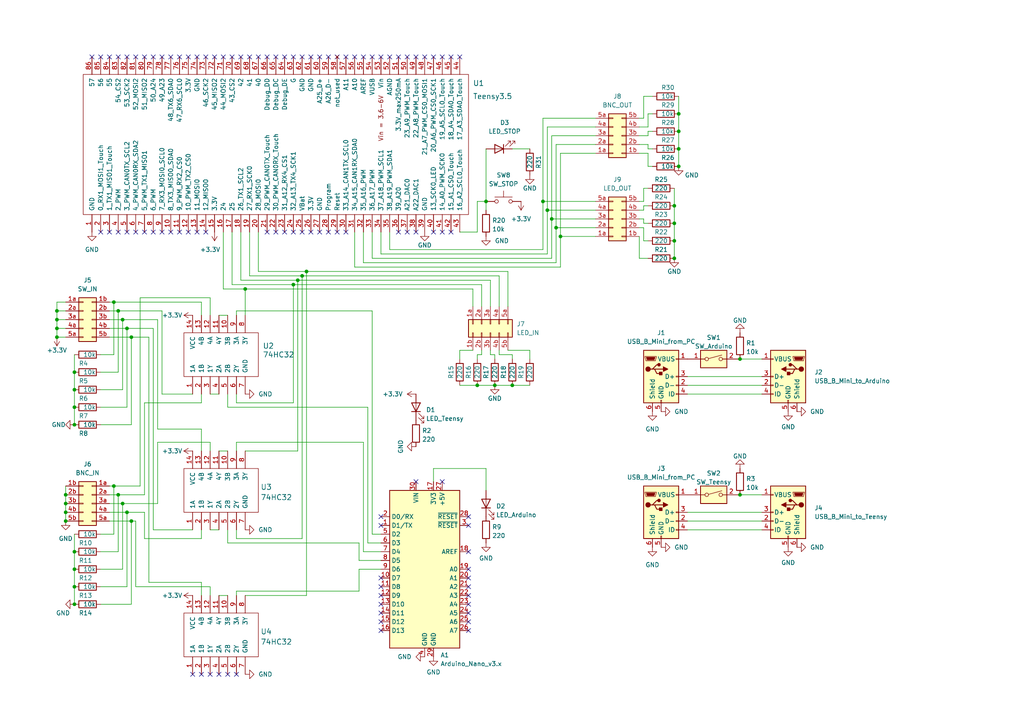
<source format=kicad_sch>
(kicad_sch (version 20211123) (generator eeschema)
  (paper "A4")
  (title_block (title "pulse generator") (company "Neurogelotology"))
  (junction (at 19.05 148.59))
  (junction (at 38.1 151.13))
  (junction (at 214.63 143.51))
  (junction (at 196.85 38.1))
  (junction (at 162.56 68.58))
  (junction (at 21.59 118.11))
  (junction (at 33.02 87.63))
  (junction (at 34.29 143.51))
  (junction (at 16.51 95.25))
  (junction (at 196.85 33.02))
  (junction (at 21.59 170.18))
  (junction (at 138.43 111.76))
  (junction (at 33.02 140.97))
  (junction (at 19.05 146.05))
  (junction (at 16.51 97.79))
  (junction (at 195.58 69.85))
  (junction (at 87.63 80.01))
  (junction (at 35.56 92.71))
  (junction (at 148.59 111.76))
  (junction (at 85.09 82.55))
  (junction (at 21.59 160.02))
  (junction (at 36.83 148.59))
  (junction (at 35.56 146.05))
  (junction (at 157.48 58.42))
  (junction (at 21.59 123.19))
  (junction (at 158.75 60.96))
  (junction (at 34.29 90.17))
  (junction (at 161.29 66.04))
  (junction (at 86.36 81.28))
  (junction (at 21.59 175.26))
  (junction (at 195.58 74.93))
  (junction (at 21.59 107.95))
  (junction (at 21.59 165.1))
  (junction (at 140.97 58.42))
  (junction (at 21.59 113.03))
  (junction (at 36.83 95.25))
  (junction (at 196.85 43.18))
  (junction (at 160.02 63.5))
  (junction (at 16.51 92.71))
  (junction (at 196.85 48.26))
  (junction (at 195.58 59.69))
  (junction (at 19.05 143.51))
  (junction (at 16.51 90.17))
  (junction (at 88.9 78.74))
  (junction (at 19.05 151.13))
  (junction (at 38.1 97.79))
  (junction (at 214.63 104.14))
  (junction (at 195.58 64.77))
  (junction (at 71.12 83.82))
  (junction (at 143.51 111.76))
  (no_connect (at 31.75 16.51))
  (no_connect (at 39.37 16.51))
  (no_connect (at 36.83 16.51))
  (no_connect (at 34.29 16.51))
  (no_connect (at 52.07 16.51))
  (no_connect (at 46.99 16.51))
  (no_connect (at 41.91 16.51))
  (no_connect (at 49.53 16.51))
  (no_connect (at 44.45 16.51))
  (no_connect (at 54.61 16.51))
  (no_connect (at 59.69 16.51))
  (no_connect (at 67.31 16.51))
  (no_connect (at 72.39 16.51))
  (no_connect (at 64.77 16.51))
  (no_connect (at 62.23 16.51))
  (no_connect (at 69.85 16.51))
  (no_connect (at 74.93 16.51))
  (no_connect (at 85.09 16.51))
  (no_connect (at 77.47 16.51))
  (no_connect (at 80.01 16.51))
  (no_connect (at 82.55 16.51))
  (no_connect (at 59.69 67.31))
  (no_connect (at 26.67 16.51))
  (no_connect (at 29.21 16.51))
  (no_connect (at 57.15 67.31))
  (no_connect (at 110.49 175.26))
  (no_connect (at 110.49 170.18))
  (no_connect (at 110.49 172.72))
  (no_connect (at 110.49 167.64))
  (no_connect (at 110.49 177.8))
  (no_connect (at 110.49 182.88))
  (no_connect (at 110.49 180.34))
  (no_connect (at 135.89 172.72))
  (no_connect (at 135.89 170.18))
  (no_connect (at 135.89 182.88))
  (no_connect (at 135.89 180.34))
  (no_connect (at 135.89 177.8))
  (no_connect (at 135.89 175.26))
  (no_connect (at 135.89 167.64))
  (no_connect (at 135.89 165.1))
  (no_connect (at 120.65 139.7))
  (no_connect (at 110.49 149.86))
  (no_connect (at 110.49 152.4))
  (no_connect (at 135.89 152.4))
  (no_connect (at 135.89 149.86))
  (no_connect (at 135.89 160.02))
  (no_connect (at 128.27 139.7))
  (no_connect (at 92.71 16.51))
  (no_connect (at 95.25 16.51))
  (no_connect (at 118.11 16.51))
  (no_connect (at 120.65 16.51))
  (no_connect (at 110.49 16.51))
  (no_connect (at 113.03 16.51))
  (no_connect (at 115.57 16.51))
  (no_connect (at 115.57 67.31))
  (no_connect (at 100.33 67.31))
  (no_connect (at 118.11 67.31))
  (no_connect (at 97.79 67.31))
  (no_connect (at 105.41 16.51))
  (no_connect (at 100.33 16.51))
  (no_connect (at 102.87 16.51))
  (no_connect (at 107.95 16.51))
  (no_connect (at 123.19 16.51))
  (no_connect (at 133.35 16.51))
  (no_connect (at 128.27 16.51))
  (no_connect (at 130.81 16.51))
  (no_connect (at 125.73 16.51))
  (no_connect (at 125.73 67.31))
  (no_connect (at 130.81 67.31))
  (no_connect (at 120.65 67.31))
  (no_connect (at 128.27 67.31))
  (no_connect (at 90.17 67.31))
  (no_connect (at 95.25 67.31))
  (no_connect (at 85.09 67.31))
  (no_connect (at 80.01 67.31))
  (no_connect (at 87.63 67.31))
  (no_connect (at 82.55 67.31))
  (no_connect (at 77.47 67.31))
  (no_connect (at 57.15 16.51))
  (no_connect (at 87.63 16.51))
  (no_connect (at 90.17 16.51))
  (no_connect (at 92.71 67.31))
  (no_connect (at 97.79 16.51))
  (no_connect (at 68.58 195.58))
  (no_connect (at 66.04 195.58))
  (no_connect (at 58.42 195.58))
  (no_connect (at 55.88 195.58))
  (no_connect (at 60.96 195.58))
  (no_connect (at 63.5 195.58))
  (no_connect (at 34.29 67.31))
  (no_connect (at 36.83 67.31))
  (no_connect (at 44.45 67.31))
  (no_connect (at 41.91 67.31))
  (no_connect (at 39.37 67.31))
  (no_connect (at 31.75 67.31))
  (no_connect (at 29.21 67.31))
  (no_connect (at 49.53 67.31))
  (no_connect (at 52.07 67.31))
  (no_connect (at 46.99 67.31))
  (no_connect (at 54.61 67.31))
  (wire (pts (xy 38.1 97.79) (xy 38.1 123.19)))
  (wire (pts (xy 105.41 67.31) (xy 105.41 76.2)))
  (wire (pts (xy 45.72 146.05) (xy 45.72 128.27)))
  (wire (pts (xy 107.95 154.94) (xy 110.49 154.94)))
  (wire (pts (xy 19.05 140.97) (xy 19.05 143.51)))
  (wire (pts (xy 46.99 114.3) (xy 55.88 114.3)))
  (wire (pts (xy 104.14 157.48) (xy 104.14 162.56)))
  (wire (pts (xy 85.09 116.84) (xy 85.09 82.55)))
  (wire (pts (xy 45.72 92.71) (xy 45.72 124.46)))
  (wire (pts (xy 38.1 97.79) (xy 43.18 97.79)))
  (wire (pts (xy 105.41 160.02) (xy 110.49 160.02)))
  (wire (pts (xy 110.49 73.66) (xy 158.75 73.66)))
  (wire (pts (xy 60.96 86.36) (xy 60.96 91.44)))
  (wire (pts (xy 58.42 87.63) (xy 58.42 91.44)))
  (wire (pts (xy 158.75 73.66) (xy 158.75 60.96)))
  (wire (pts (xy 33.02 87.63) (xy 58.42 87.63)))
  (wire (pts (xy 19.05 87.63) (xy 16.51 87.63)))
  (wire (pts (xy 64.77 83.82) (xy 64.77 67.31)))
  (wire (pts (xy 31.75 92.71) (xy 35.56 92.71)))
  (wire (pts (xy 138.43 102.87) (xy 138.43 104.14)))
  (wire (pts (xy 185.42 34.29) (xy 186.69 34.29)))
  (wire (pts (xy 139.7 102.87) (xy 138.43 102.87)))
  (wire (pts (xy 139.7 101.6) (xy 139.7 102.87)))
  (wire (pts (xy 21.59 118.11) (xy 21.59 123.19)))
  (wire (pts (xy 143.51 111.76) (xy 148.59 111.76)))
  (wire (pts (xy 36.83 148.59) (xy 41.91 148.59)))
  (wire (pts (xy 87.63 80.01) (xy 87.63 156.21)))
  (wire (pts (xy 16.51 90.17) (xy 19.05 90.17)))
  (wire (pts (xy 38.1 175.26) (xy 29.21 175.26)))
  (wire (pts (xy 21.59 165.1) (xy 21.59 170.18)))
  (wire (pts (xy 58.42 124.46) (xy 58.42 130.81)))
  (wire (pts (xy 88.9 78.74) (xy 147.32 78.74)))
  (wire (pts (xy 185.42 66.04) (xy 186.69 66.04)))
  (wire (pts (xy 39.37 151.13) (xy 39.37 170.18)))
  (wire (pts (xy 185.42 74.93) (xy 187.96 74.93)))
  (wire (pts (xy 113.03 67.31) (xy 113.03 72.39)))
  (wire (pts (xy 138.43 67.31) (xy 138.43 58.42)))
  (wire (pts (xy 29.21 113.03) (xy 35.56 113.03)))
  (wire (pts (xy 102.87 67.31) (xy 102.87 77.47)))
  (wire (pts (xy 104.14 171.45) (xy 104.14 165.1)))
  (wire (pts (xy 161.29 66.04) (xy 161.29 41.91)))
  (wire (pts (xy 157.48 58.42) (xy 157.48 72.39)))
  (wire (pts (xy 33.02 154.94) (xy 29.21 154.94)))
  (wire (pts (xy 33.02 140.97) (xy 33.02 154.94)))
  (wire (pts (xy 64.77 83.82) (xy 71.12 83.82)))
  (wire (pts (xy 187.96 33.02) (xy 189.23 33.02)))
  (wire (pts (xy 160.02 63.5) (xy 172.72 63.5)))
  (wire (pts (xy 125.73 139.7) (xy 125.73 135.89)))
  (wire (pts (xy 186.69 58.42) (xy 186.69 54.61)))
  (wire (pts (xy 68.58 156.21) (xy 68.58 153.67)))
  (wire (pts (xy 186.69 34.29) (xy 186.69 27.94)))
  (wire (pts (xy 68.58 91.44) (xy 68.58 90.17)))
  (wire (pts (xy 153.67 101.6) (xy 153.67 104.14)))
  (wire (pts (xy 186.69 66.04) (xy 186.69 69.85)))
  (wire (pts (xy 140.97 58.42) (xy 140.97 60.96)))
  (wire (pts (xy 21.59 107.95) (xy 21.59 113.03)))
  (wire (pts (xy 33.02 87.63) (xy 33.02 102.87)))
  (wire (pts (xy 16.51 87.63) (xy 16.51 90.17)))
  (wire (pts (xy 44.45 95.25) (xy 44.45 153.67)))
  (wire (pts (xy 133.35 111.76) (xy 138.43 111.76)))
  (wire (pts (xy 186.69 59.69) (xy 187.96 59.69)))
  (wire (pts (xy 41.91 116.84) (xy 58.42 116.84)))
  (wire (pts (xy 34.29 160.02) (xy 29.21 160.02)))
  (wire (pts (xy 199.39 151.13) (xy 220.98 151.13)))
  (wire (pts (xy 68.58 130.81) (xy 68.58 128.27)))
  (wire (pts (xy 106.68 157.48) (xy 110.49 157.48)))
  (wire (pts (xy 214.63 143.51) (xy 220.98 143.51)))
  (wire (pts (xy 68.58 116.84) (xy 85.09 116.84)))
  (wire (pts (xy 31.75 146.05) (xy 35.56 146.05)))
  (wire (pts (xy 138.43 111.76) (xy 143.51 111.76)))
  (wire (pts (xy 186.69 27.94) (xy 189.23 27.94)))
  (wire (pts (xy 199.39 153.67) (xy 220.98 153.67)))
  (wire (pts (xy 110.49 67.31) (xy 110.49 73.66)))
  (wire (pts (xy 187.96 41.91) (xy 187.96 43.18)))
  (wire (pts (xy 105.41 76.2) (xy 161.29 76.2)))
  (wire (pts (xy 41.91 148.59) (xy 41.91 156.21)))
  (wire (pts (xy 137.16 83.82) (xy 137.16 88.9)))
  (wire (pts (xy 31.75 97.79) (xy 38.1 97.79)))
  (wire (pts (xy 16.51 95.25) (xy 16.51 97.79)))
  (wire (pts (xy 185.42 41.91) (xy 187.96 41.91)))
  (wire (pts (xy 172.72 58.42) (xy 157.48 58.42)))
  (wire (pts (xy 187.96 39.37) (xy 187.96 38.1)))
  (wire (pts (xy 137.16 101.6) (xy 133.35 101.6)))
  (wire (pts (xy 148.59 111.76) (xy 153.67 111.76)))
  (wire (pts (xy 68.58 90.17) (xy 107.95 90.17)))
  (wire (pts (xy 38.1 151.13) (xy 39.37 151.13)))
  (wire (pts (xy 160.02 74.93) (xy 160.02 63.5)))
  (wire (pts (xy 161.29 66.04) (xy 172.72 66.04)))
  (wire (pts (xy 142.24 102.87) (xy 143.51 102.87)))
  (wire (pts (xy 186.69 60.96) (xy 186.69 59.69)))
  (wire (pts (xy 104.14 162.56) (xy 110.49 162.56)))
  (wire (pts (xy 16.51 97.79) (xy 19.05 97.79)))
  (wire (pts (xy 21.59 160.02) (xy 21.59 165.1)))
  (wire (pts (xy 186.69 63.5) (xy 186.69 64.77)))
  (wire (pts (xy 36.83 118.11) (xy 29.21 118.11)))
  (wire (pts (xy 31.75 90.17) (xy 34.29 90.17)))
  (wire (pts (xy 196.85 27.94) (xy 196.85 33.02)))
  (wire (pts (xy 195.58 54.61) (xy 195.58 59.69)))
  (wire (pts (xy 196.85 33.02) (xy 196.85 38.1)))
  (wire (pts (xy 68.58 114.3) (xy 68.58 116.84)))
  (wire (pts (xy 148.59 102.87) (xy 148.59 104.14)))
  (wire (pts (xy 186.69 64.77) (xy 187.96 64.77)))
  (wire (pts (xy 199.39 114.3) (xy 220.98 114.3)))
  (wire (pts (xy 107.95 67.31) (xy 107.95 74.93)))
  (wire (pts (xy 43.18 168.91) (xy 58.42 168.91)))
  (wire (pts (xy 187.96 48.26) (xy 189.23 48.26)))
  (wire (pts (xy 187.96 36.83) (xy 187.96 33.02)))
  (wire (pts (xy 21.59 154.94) (xy 21.59 160.02)))
  (wire (pts (xy 45.72 124.46) (xy 58.42 124.46)))
  (wire (pts (xy 16.51 92.71) (xy 19.05 92.71)))
  (wire (pts (xy 21.59 170.18) (xy 21.59 175.26)))
  (wire (pts (xy 125.73 135.89) (xy 140.97 135.89)))
  (wire (pts (xy 160.02 39.37) (xy 172.72 39.37)))
  (wire (pts (xy 133.35 101.6) (xy 133.35 104.14)))
  (wire (pts (xy 158.75 60.96) (xy 172.72 60.96)))
  (wire (pts (xy 162.56 44.45) (xy 172.72 44.45)))
  (wire (pts (xy 139.7 82.55) (xy 139.7 88.9)))
  (wire (pts (xy 31.75 148.59) (xy 36.83 148.59)))
  (wire (pts (xy 158.75 36.83) (xy 172.72 36.83)))
  (wire (pts (xy 35.56 165.1) (xy 29.21 165.1)))
  (wire (pts (xy 214.63 104.14) (xy 220.98 104.14)))
  (wire (pts (xy 133.35 67.31) (xy 138.43 67.31)))
  (wire (pts (xy 113.03 72.39) (xy 157.48 72.39)))
  (wire (pts (xy 45.72 128.27) (xy 60.96 128.27)))
  (wire (pts (xy 102.87 77.47) (xy 162.56 77.47)))
  (wire (pts (xy 186.69 54.61) (xy 187.96 54.61)))
  (wire (pts (xy 38.1 123.19) (xy 29.21 123.19)))
  (wire (pts (xy 34.29 143.51) (xy 41.91 143.51)))
  (wire (pts (xy 36.83 95.25) (xy 36.83 118.11)))
  (wire (pts (xy 68.58 171.45) (xy 104.14 171.45)))
  (wire (pts (xy 60.96 114.3) (xy 63.5 114.3)))
  (wire (pts (xy 60.96 153.67) (xy 63.5 153.67)))
  (wire (pts (xy 162.56 68.58) (xy 172.72 68.58)))
  (wire (pts (xy 195.58 59.69) (xy 195.58 64.77)))
  (wire (pts (xy 196.85 43.18) (xy 196.85 48.26)))
  (wire (pts (xy 187.96 44.45) (xy 187.96 48.26)))
  (wire (pts (xy 144.78 102.87) (xy 148.59 102.87)))
  (wire (pts (xy 142.24 101.6) (xy 142.24 102.87)))
  (wire (pts (xy 185.42 58.42) (xy 186.69 58.42)))
  (wire (pts (xy 88.9 172.72) (xy 71.12 172.72)))
  (wire (pts (xy 185.42 36.83) (xy 187.96 36.83)))
  (wire (pts (xy 67.31 82.55) (xy 85.09 82.55)))
  (wire (pts (xy 148.59 43.18) (xy 153.67 43.18)))
  (wire (pts (xy 58.42 168.91) (xy 58.42 172.72)))
  (wire (pts (xy 31.75 140.97) (xy 33.02 140.97)))
  (wire (pts (xy 87.63 80.01) (xy 72.39 80.01)))
  (wire (pts (xy 60.96 170.18) (xy 60.96 172.72)))
  (wire (pts (xy 199.39 111.76) (xy 220.98 111.76)))
  (wire (pts (xy 185.42 44.45) (xy 187.96 44.45)))
  (wire (pts (xy 161.29 41.91) (xy 172.72 41.91)))
  (wire (pts (xy 68.58 171.45) (xy 68.58 172.72)))
  (wire (pts (xy 16.51 92.71) (xy 16.51 95.25)))
  (wire (pts (xy 74.93 78.74) (xy 74.93 67.31)))
  (wire (pts (xy 66.04 114.3) (xy 66.04 118.11)))
  (wire (pts (xy 107.95 74.93) (xy 160.02 74.93)))
  (wire (pts (xy 85.09 82.55) (xy 139.7 82.55)))
  (wire (pts (xy 105.41 128.27) (xy 105.41 160.02)))
  (wire (pts (xy 19.05 146.05) (xy 19.05 148.59)))
  (wire (pts (xy 21.59 102.87) (xy 21.59 107.95)))
  (wire (pts (xy 142.24 81.28) (xy 142.24 88.9)))
  (wire (pts (xy 162.56 77.47) (xy 162.56 68.58)))
  (wire (pts (xy 195.58 64.77) (xy 195.58 69.85)))
  (wire (pts (xy 138.43 58.42) (xy 140.97 58.42)))
  (wire (pts (xy 107.95 90.17) (xy 107.95 154.94)))
  (wire (pts (xy 86.36 81.28) (xy 69.85 81.28)))
  (wire (pts (xy 185.42 68.58) (xy 185.42 74.93)))
  (wire (pts (xy 60.96 128.27) (xy 60.96 130.81)))
  (wire (pts (xy 147.32 78.74) (xy 147.32 88.9)))
  (wire (pts (xy 35.56 92.71) (xy 45.72 92.71)))
  (wire (pts (xy 196.85 38.1) (xy 196.85 43.18)))
  (wire (pts (xy 31.75 87.63) (xy 33.02 87.63)))
  (wire (pts (xy 31.75 143.51) (xy 34.29 143.51)))
  (wire (pts (xy 39.37 170.18) (xy 60.96 170.18)))
  (wire (pts (xy 140.97 43.18) (xy 140.97 58.42)))
  (wire (pts (xy 157.48 34.29) (xy 157.48 58.42)))
  (wire (pts (xy 36.83 148.59) (xy 36.83 170.18)))
  (wire (pts (xy 144.78 101.6) (xy 144.78 102.87)))
  (wire (pts (xy 29.21 102.87) (xy 33.02 102.87)))
  (wire (pts (xy 34.29 90.17) (xy 46.99 90.17)))
  (wire (pts (xy 38.1 151.13) (xy 38.1 175.26)))
  (wire (pts (xy 35.56 92.71) (xy 35.56 113.03)))
  (wire (pts (xy 44.45 153.67) (xy 55.88 153.67)))
  (wire (pts (xy 143.51 102.87) (xy 143.51 104.14)))
  (wire (pts (xy 58.42 156.21) (xy 58.42 153.67)))
  (wire (pts (xy 40.64 86.36) (xy 60.96 86.36)))
  (wire (pts (xy 16.51 90.17) (xy 16.51 92.71)))
  (wire (pts (xy 69.85 81.28) (xy 69.85 67.31)))
  (wire (pts (xy 140.97 135.89) (xy 140.97 142.24)))
  (wire (pts (xy 43.18 97.79) (xy 43.18 168.91)))
  (wire (pts (xy 158.75 60.96) (xy 158.75 36.83)))
  (wire (pts (xy 186.69 69.85) (xy 187.96 69.85)))
  (wire (pts (xy 88.9 78.74) (xy 88.9 172.72)))
  (wire (pts (xy 199.39 148.59) (xy 220.98 148.59)))
  (wire (pts (xy 187.96 43.18) (xy 189.23 43.18)))
  (wire (pts (xy 71.12 83.82) (xy 71.12 91.44)))
  (wire (pts (xy 34.29 90.17) (xy 34.29 107.95)))
  (wire (pts (xy 87.63 80.01) (xy 144.78 80.01)))
  (wire (pts (xy 21.59 113.03) (xy 21.59 118.11)))
  (wire (pts (xy 195.58 69.85) (xy 195.58 74.93)))
  (wire (pts (xy 86.36 81.28) (xy 142.24 81.28)))
  (wire (pts (xy 66.04 157.48) (xy 104.14 157.48)))
  (wire (pts (xy 41.91 156.21) (xy 58.42 156.21)))
  (wire (pts (xy 19.05 148.59) (xy 19.05 151.13)))
  (wire (pts (xy 67.31 82.55) (xy 67.31 67.31)))
  (wire (pts (xy 36.83 95.25) (xy 44.45 95.25)))
  (wire (pts (xy 161.29 76.2) (xy 161.29 66.04)))
  (wire (pts (xy 46.99 90.17) (xy 46.99 114.3)))
  (wire (pts (xy 34.29 143.51) (xy 34.29 160.02)))
  (wire (pts (xy 157.48 34.29) (xy 172.72 34.29)))
  (wire (pts (xy 63.5 91.44) (xy 66.04 91.44)))
  (wire (pts (xy 41.91 143.51) (xy 41.91 116.84)))
  (wire (pts (xy 66.04 118.11) (xy 106.68 118.11)))
  (wire (pts (xy 160.02 63.5) (xy 160.02 39.37)))
  (wire (pts (xy 88.9 78.74) (xy 74.93 78.74)))
  (wire (pts (xy 162.56 68.58) (xy 162.56 44.45)))
  (wire (pts (xy 144.78 80.01) (xy 144.78 88.9)))
  (wire (pts (xy 147.32 101.6) (xy 153.67 101.6)))
  (wire (pts (xy 72.39 80.01) (xy 72.39 67.31)))
  (wire (pts (xy 58.42 116.84) (xy 58.42 114.3)))
  (wire (pts (xy 86.36 130.81) (xy 86.36 81.28)))
  (wire (pts (xy 71.12 83.82) (xy 137.16 83.82)))
  (wire (pts (xy 87.63 156.21) (xy 68.58 156.21)))
  (wire (pts (xy 187.96 38.1) (xy 189.23 38.1)))
  (wire (pts (xy 35.56 146.05) (xy 35.56 165.1)))
  (wire (pts (xy 31.75 95.25) (xy 36.83 95.25)))
  (wire (pts (xy 33.02 140.97) (xy 40.64 140.97)))
  (wire (pts (xy 16.51 95.25) (xy 19.05 95.25)))
  (wire (pts (xy 104.14 165.1) (xy 110.49 165.1)))
  (wire (pts (xy 36.83 170.18) (xy 29.21 170.18)))
  (wire (pts (xy 106.68 118.11) (xy 106.68 157.48)))
  (wire (pts (xy 199.39 109.22) (xy 220.98 109.22)))
  (wire (pts (xy 71.12 130.81) (xy 86.36 130.81)))
  (wire (pts (xy 185.42 39.37) (xy 187.96 39.37)))
  (wire (pts (xy 29.21 107.95) (xy 34.29 107.95)))
  (wire (pts (xy 68.58 128.27) (xy 105.41 128.27)))
  (wire (pts (xy 31.75 151.13) (xy 38.1 151.13)))
  (wire (pts (xy 185.42 63.5) (xy 186.69 63.5)))
  (wire (pts (xy 185.42 60.96) (xy 186.69 60.96)))
  (wire (pts (xy 63.5 130.81) (xy 66.04 130.81)))
  (wire (pts (xy 40.64 140.97) (xy 40.64 86.36)))
  (wire (pts (xy 35.56 146.05) (xy 45.72 146.05)))
  (wire (pts (xy 19.05 143.51) (xy 19.05 146.05)))
  (wire (pts (xy 66.04 153.67) (xy 66.04 157.48)))
  (wire (pts (xy 63.5 172.72) (xy 66.04 172.72)))
  (symbol (lib_id "power:GND") (at 123.19 190.5 270) (unit 1)
    (property "Reference" "#PWR0118" (effects hide))
    (property "Value" "GND" (at 119.38 190.4999 90) (effects (justify right)))
  )
  (symbol (lib_id "Device:R") (at 193.04 27.94 270) (unit 1)
    (property "Reference" "R30" (at 191.77 25.4 90) (effects (justify left)))
    (property "Value" "10k" (at 191.77 27.94 90) (effects (justify left)))
    (property "Footprint" "Resistor_THT:R_Axial_DIN0204_L3.6mm_D1.6mm_P5.08mm_Horizontal" (effects hide))
  )
  (symbol (lib_id "power:GND") (at 153.67 50.8 0) (unit 1)
    (property "Reference" "#PWR0117" (effects hide))
    (property "Value" "GND" (at 153.67 54.61 0))
  )
  (symbol (lib_id "power:+3.3V") (at 55.88 172.72 90) (unit 1)
    (property "Reference" "#PWR0141" (effects hide))
    (property "Value" "+3.3V" (at 46.99 172.72 90) (effects (justify right)))
  )
  (symbol (lib_id "power:GND") (at 196.85 48.26 0) (unit 1)
    (property "Reference" "#PWR0101" (effects hide))
    (property "Value" "GND" (at 200.66 50.8 0))
  )
  (symbol (lib_id "pulseGen_circuit-rescue:74HC32-74hc32") (at 64.77 184.15 90) (unit 1)
    (property "Reference" "U4" (at 75.565 183.1738 90) (effects (font (size 1.524 1.524)) (justify right)))
    (property "Value" "74HC32" (at 75.565 186.1672 90) (effects (font (size 1.524 1.524)) (justify right)))
    (property "Footprint" "Package_DIP:DIP-14_W7.62mm" (effects hide))
  )
  (symbol (lib_id "Device:R") (at 25.4 102.87 270) (unit 1)
    (property "Reference" "R4" (at 22.86 105.41 90) (effects (justify left)))
    (property "Value" "10k" (at 24.13 102.87 90) (effects (justify left)))
    (property "Footprint" "Resistor_THT:R_Axial_DIN0204_L3.6mm_D1.6mm_P5.08mm_Horizontal" (effects hide))
  )
  (symbol (lib_id "Device:R") (at 191.77 59.69 270) (unit 1)
    (property "Reference" "R24" (at 191.77 57.15 90))
    (property "Value" "220" (at 191.77 59.69 90))
    (property "Footprint" "Resistor_THT:R_Axial_DIN0204_L3.6mm_D1.6mm_P5.08mm_Horizontal" (effects hide))
  )
  (symbol (lib_id "pulseGen_circuit-rescue:74HC32-74hc32") (at 64.77 142.24 90) (unit 1)
    (property "Reference" "U3" (at 75.565 141.2638 90) (effects (font (size 1.524 1.524)) (justify right)))
    (property "Value" "74HC32" (at 75.565 144.2572 90) (effects (font (size 1.524 1.524)) (justify right)))
    (property "Footprint" "Package_DIP:DIP-14_W7.62mm" (effects hide))
  )
  (symbol (lib_id "power:GND") (at 125.73 190.5 0) (unit 1)
    (property "Reference" "#PWR0124" (effects hide))
    (property "Value" "GND" (at 125.73 194.9434 0))
  )
  (symbol (lib_id "power:GND") (at 195.58 74.93 0) (unit 1)
    (property "Reference" "#PWR0102" (effects hide))
    (property "Value" "GND" (at 195.58 78.74 0))
  )
  (symbol (lib_id "Device:R") (at 191.77 69.85 270) (unit 1)
    (property "Reference" "R22" (at 191.77 67.31 90))
    (property "Value" "220" (at 191.77 69.85 90))
    (property "Footprint" "Resistor_THT:R_Axial_DIN0204_L3.6mm_D1.6mm_P5.08mm_Horizontal" (effects hide))
  )
  (symbol (lib_id "Switch:SW_Push") (at 146.05 58.42 0) (unit 1)
    (property "Reference" "SW8" (at 146.05 50.8 0))
    (property "Value" "SW_STOP" (at 146.05 53.34 0))
    (property "Footprint" "Connector_PinHeader_2.54mm:PinHeader_1x02_P2.54mm_Vertical" (effects hide))
  )
  (symbol (lib_id "pulseGen_circuit-rescue:Teensy3.5-teensy") (at 80.01 41.91 90) (unit 1)
    (property "Reference" "U1" (at 137.16 24.13 90) (effects (font (size 1.524 1.524)) (justify right)))
    (property "Value" "Teensy3.5" (at 137.16 27.94 90) (effects (font (size 1.524 1.524)) (justify right)))
    (property "Footprint" "PulseGenerator_Footprint_Library:Teensy3.5" (effects hide))
  )
  (symbol (lib_id "Device:R") (at 25.4 107.95 270) (unit 1)
    (property "Reference" "R5" (at 22.86 110.49 90) (effects (justify left)))
    (property "Value" "10k" (at 24.13 107.95 90) (effects (justify left)))
    (property "Footprint" "Resistor_THT:R_Axial_DIN0204_L3.6mm_D1.6mm_P5.08mm_Horizontal" (effects hide))
  )
  (symbol (lib_id "power:+3.3V") (at 62.23 67.31 0) (mirror x) (unit 1)
    (property "Reference" "#PWR0143" (effects hide))
    (property "Value" "+3.3V" (at 60.96 72.39 0))
  )
  (symbol (lib_id "Device:R") (at 140.97 153.67 0) (unit 1)
    (property "Reference" "R9" (at 142.748 152.8353 0) (effects (justify left)))
    (property "Value" "220" (at 142.748 155.3722 0) (effects (justify left)))
    (property "Footprint" "Resistor_THT:R_Axial_DIN0204_L3.6mm_D1.6mm_P5.08mm_Horizontal" (effects hide))
  )
  (symbol (lib_id "Device:R") (at 193.04 43.18 270) (unit 1)
    (property "Reference" "R27" (at 191.77 40.64 90) (effects (justify left)))
    (property "Value" "10k" (at 191.77 43.18 90) (effects (justify left)))
    (property "Footprint" "Resistor_THT:R_Axial_DIN0204_L3.6mm_D1.6mm_P5.08mm_Horizontal" (effects hide))
  )
  (symbol (lib_id "Device:R") (at 25.4 123.19 270) (unit 1)
    (property "Reference" "R8" (at 22.86 125.73 90) (effects (justify left)))
    (property "Value" "10k" (at 24.13 123.19 90) (effects (justify left)))
    (property "Footprint" "Resistor_THT:R_Axial_DIN0204_L3.6mm_D1.6mm_P5.08mm_Horizontal" (effects hide))
  )
  (symbol (lib_id "Connector_Generic:Conn_02x05_Row_Letter_Last") (at 24.13 92.71 0) (unit 1)
    (property "Reference" "J5" (at 25.4 81.28 0))
    (property "Value" "SW_IN" (at 25.4 83.82 0))
    (property "Footprint" "PulseGenerator_Footprint_Library:PinHeader_2x05_P2.54mm_Vertical_row_letter_last" (effects hide))
  )
  (symbol (lib_id "power:GND") (at 191.77 158.75 90) (unit 1)
    (property "Reference" "#PWR0114" (effects hide))
    (property "Value" "GND" (at 195.58 158.7499 90) (effects (justify right)))
  )
  (symbol (lib_id "Device:R") (at 214.63 100.33 0) (unit 1)
    (property "Reference" "R1" (at 216.408 99.4953 0) (effects (justify left)))
    (property "Value" "10k" (at 216.408 102.0322 0) (effects (justify left)))
    (property "Footprint" "Resistor_THT:R_Axial_DIN0204_L3.6mm_D1.6mm_P5.08mm_Horizontal" (effects hide))
  )
  (symbol (lib_id "power:GND") (at 71.12 114.3 90) (unit 1)
    (property "Reference" "#PWR0155" (effects hide))
    (property "Value" "GND" (at 74.93 114.2999 90) (effects (justify right)))
  )
  (symbol (lib_id "Device:R") (at 193.04 48.26 270) (unit 1)
    (property "Reference" "R26" (at 191.77 45.72 90) (effects (justify left)))
    (property "Value" "10k" (at 191.77 48.26 90) (effects (justify left)))
    (property "Footprint" "Resistor_THT:R_Axial_DIN0204_L3.6mm_D1.6mm_P5.08mm_Horizontal" (effects hide))
  )
  (symbol (lib_id "power:GND") (at 19.05 151.13 0) (unit 1)
    (property "Reference" "#PWR0116" (effects hide))
    (property "Value" "GND" (at 19.05 156.21 0))
  )
  (symbol (lib_id "power:+3.3V") (at 55.88 130.81 90) (unit 1)
    (property "Reference" "#PWR0140" (effects hide))
    (property "Value" "+3.3V" (at 46.99 130.81 90) (effects (justify right)))
  )
  (symbol (lib_name "USB_B_Mini_2") (lib_id "Connector:USB_B_Mini") (at 228.6 109.22 0) (mirror y) (unit 1)
    (property "Reference" "J2" (at 236.22 107.95 0) (effects (justify right)))
    (property "Value" "USB_B_Mini_to_Arduino" (at 236.22 110.49 0) (effects (justify right)))
    (property "Footprint" "PulseGenerator_Footprint_Library:Micro_USB_Breakout" (effects hide))
  )
  (symbol (lib_id "power:GND") (at 214.63 135.89 180) (unit 1)
    (property "Reference" "#PWR0113" (effects hide))
    (property "Value" "GND" (at 214.63 132.3142 0))
  )
  (symbol (lib_id "Device:R") (at 120.65 125.73 0) (unit 1)
    (property "Reference" "R2" (at 122.428 124.8953 0) (effects (justify left)))
    (property "Value" "220" (at 122.428 127.4322 0) (effects (justify left)))
    (property "Footprint" "Resistor_THT:R_Axial_DIN0204_L3.6mm_D1.6mm_P5.08mm_Horizontal" (effects hide))
  )
  (symbol (lib_id "Device:R") (at 214.63 139.7 0) (unit 1)
    (property "Reference" "R3" (at 216.408 138.8653 0) (effects (justify left)))
    (property "Value" "10k" (at 216.408 141.4022 0) (effects (justify left)))
    (property "Footprint" "Resistor_THT:R_Axial_DIN0204_L3.6mm_D1.6mm_P5.08mm_Horizontal" (effects hide))
  )
  (symbol (lib_id "power:GND") (at 140.97 68.58 0) (unit 1)
    (property "Reference" "#PWR0152" (effects hide))
    (property "Value" "GND" (at 143.51 69.8499 0) (effects (justify left)))
  )
  (symbol (lib_id "power:GND") (at 123.19 67.31 0) (unit 1)
    (property "Reference" "#PWR0151" (effects hide))
    (property "Value" "GND" (at 123.19 71.12 0))
  )
  (symbol (lib_id "power:GND") (at 26.67 67.31 0) (unit 1)
    (property "Reference" "#PWR0108" (effects hide))
    (property "Value" "GND" (at 26.67 72.39 0))
  )
  (symbol (lib_id "Device:R") (at 133.35 107.95 0) (unit 1)
    (property "Reference" "R15" (at 130.81 107.95 90))
    (property "Value" "220" (at 133.35 107.95 90))
    (property "Footprint" "Resistor_THT:R_Axial_DIN0204_L3.6mm_D1.6mm_P5.08mm_Horizontal" (effects hide))
  )
  (symbol (lib_id "Connector_Generic:Conn_02x05_Row_Letter_Last") (at 177.8 63.5 0) (mirror x) (unit 1)
    (property "Reference" "J9" (at 179.07 52.07 0))
    (property "Value" "LED_OUT" (at 179.07 54.61 0))
    (property "Footprint" "PulseGenerator_Footprint_Library:PinHeader_2x05_P2.54mm_Vertical_row_letter_last" (effects hide))
  )
  (symbol (lib_id "Device:R") (at 193.04 38.1 270) (unit 1)
    (property "Reference" "R28" (at 191.77 35.56 90) (effects (justify left)))
    (property "Value" "10k" (at 191.77 38.1 90) (effects (justify left)))
    (property "Footprint" "Resistor_THT:R_Axial_DIN0204_L3.6mm_D1.6mm_P5.08mm_Horizontal" (effects hide))
  )
  (symbol (lib_id "Connector_Generic:Conn_02x05_Row_Letter_Last") (at 177.8 39.37 0) (mirror x) (unit 1)
    (property "Reference" "J8" (at 179.07 27.94 0))
    (property "Value" "BNC_OUT" (at 179.07 30.48 0))
    (property "Footprint" "PulseGenerator_Footprint_Library:PinHeader_2x05_P2.54mm_Vertical_row_letter_last" (effects hide))
  )
  (symbol (lib_id "Device:R") (at 191.77 64.77 270) (unit 1)
    (property "Reference" "R23" (at 191.77 62.23 90))
    (property "Value" "220" (at 191.77 64.77 90))
    (property "Footprint" "Resistor_THT:R_Axial_DIN0204_L3.6mm_D1.6mm_P5.08mm_Horizontal" (effects hide))
  )
  (symbol (lib_id "power:GND") (at 189.23 119.38 0) (unit 1)
    (property "Reference" "#PWR?" (effects hide))
    (property "Value" "GND" (at 189.23 124.46 0))
  )
  (symbol (lib_id "Device:R") (at 140.97 64.77 0) (unit 1)
    (property "Reference" "R20" (at 142.748 63.9353 0) (effects (justify left)))
    (property "Value" "10k" (at 142.748 66.4722 0) (effects (justify left)))
    (property "Footprint" "Resistor_THT:R_Axial_DIN0204_L3.6mm_D1.6mm_P5.08mm_Horizontal" (effects hide))
  )
  (symbol (lib_id "power:+3.3V") (at 16.51 97.79 180) (unit 1)
    (property "Reference" "#PWR0103" (effects hide))
    (property "Value" "+3.3V" (at 16.51 101.6 0))
  )
  (symbol (lib_id "Device:R") (at 25.4 118.11 270) (unit 1)
    (property "Reference" "R7" (at 22.86 120.65 90) (effects (justify left)))
    (property "Value" "10k" (at 24.13 118.11 90) (effects (justify left)))
    (property "Footprint" "Resistor_THT:R_Axial_DIN0204_L3.6mm_D1.6mm_P5.08mm_Horizontal" (effects hide))
  )
  (symbol (lib_id "power:GND") (at 71.12 195.58 90) (unit 1)
    (property "Reference" "#PWR0104" (effects hide))
    (property "Value" "GND" (at 74.93 195.5799 90) (effects (justify right)))
  )
  (symbol (lib_id "MCU_Module:Arduino_Nano_v3.x") (at 123.19 165.1 0) (unit 1)
    (property "Reference" "A1" (at 127.7494 189.9904 0) (effects (justify left)))
    (property "Value" "Arduino_Nano_v3.x" (at 127.7494 192.5273 0) (effects (justify left)))
    (property "Footprint" "Module:Arduino_Nano" (effects hide))
    (property "Datasheet" "http://www.mouser.com/pdfdocs/Gravitech_Arduino_Nano3_0.pdf" (effects hide))
  )
  (symbol (lib_id "Device:R") (at 25.4 175.26 270) (unit 1)
    (property "Reference" "R14" (at 22.86 177.8 90) (effects (justify left)))
    (property "Value" "10k" (at 24.13 175.26 90) (effects (justify left)))
    (property "Footprint" "Resistor_THT:R_Axial_DIN0204_L3.6mm_D1.6mm_P5.08mm_Horizontal" (effects hide))
  )
  (symbol (lib_id "Device:R") (at 148.59 107.95 0) (unit 1)
    (property "Reference" "R18" (at 146.05 107.95 90))
    (property "Value" "220" (at 148.59 107.95 90))
    (property "Footprint" "Resistor_THT:R_Axial_DIN0204_L3.6mm_D1.6mm_P5.08mm_Horizontal" (effects hide))
  )
  (symbol (lib_id "power:GND") (at 120.65 129.54 270) (unit 1)
    (property "Reference" "#PWR0107" (effects hide))
    (property "Value" "GND" (at 116.2066 129.54 0))
  )
  (symbol (lib_id "power:GND") (at 143.51 111.76 0) (unit 1)
    (property "Reference" "#PWR0106" (effects hide))
    (property "Value" "GND" (at 143.51 115.57 0))
  )
  (symbol (lib_id "power:GND") (at 21.59 123.19 270) (unit 1)
    (property "Reference" "#PWR0105" (effects hide))
    (property "Value" "GND" (at 19.05 123.1899 90) (effects (justify right)))
  )
  (symbol (lib_id "power:+3.3V") (at 55.88 91.44 90) (unit 1)
    (property "Reference" "#PWR0154" (effects hide))
    (property "Value" "+3.3V" (at 46.99 91.44 90) (effects (justify right)))
  )
  (symbol (lib_id "Device:LED") (at 144.78 43.18 180) (unit 1)
    (property "Reference" "D3" (at 146.3675 35.56 0))
    (property "Value" "LED_STOP" (at 146.3675 38.1 0))
    (property "Footprint" "Connector_PinHeader_2.54mm:PinHeader_1x02_P2.54mm_Vertical" (effects hide))
  )
  (symbol (lib_id "Device:R") (at 191.77 54.61 270) (unit 1)
    (property "Reference" "R25" (at 191.77 52.07 90))
    (property "Value" "220" (at 191.77 54.61 90))
    (property "Footprint" "Resistor_THT:R_Axial_DIN0204_L3.6mm_D1.6mm_P5.08mm_Horizontal" (effects hide))
  )
  (symbol (lib_id "Device:R") (at 191.77 74.93 270) (unit 1)
    (property "Reference" "R21" (at 191.77 72.39 90))
    (property "Value" "220" (at 191.77 74.93 90))
    (property "Footprint" "Resistor_THT:R_Axial_DIN0204_L3.6mm_D1.6mm_P5.08mm_Horizontal" (effects hide))
  )
  (symbol (lib_id "Device:R") (at 25.4 170.18 270) (unit 1)
    (property "Reference" "R13" (at 22.86 172.72 90) (effects (justify left)))
    (property "Value" "10k" (at 24.13 170.18 90) (effects (justify left)))
    (property "Footprint" "Resistor_THT:R_Axial_DIN0204_L3.6mm_D1.6mm_P5.08mm_Horizontal" (effects hide))
  )
  (symbol (lib_id "power:GND") (at 21.59 175.26 270) (unit 1)
    (property "Reference" "#PWR0109" (effects hide))
    (property "Value" "GND" (at 20.32 177.8 90) (effects (justify right)))
  )
  (symbol (lib_id "power:GND") (at 214.63 96.52 180) (unit 1)
    (property "Reference" "#PWR0115" (effects hide))
    (property "Value" "GND" (at 214.63 92.9442 0))
  )
  (symbol (lib_id "power:GND") (at 71.12 153.67 90) (unit 1)
    (property "Reference" "#PWR0125" (effects hide))
    (property "Value" "GND" (at 74.93 153.6699 90) (effects (justify right)))
  )
  (symbol (lib_name "USB_B_Mini_1") (lib_id "Connector:USB_B_Mini") (at 191.77 109.22 0) (unit 1)
    (property "Reference" "J1" (at 191.77 96.52 0))
    (property "Value" "USB_B_Mini_from_PC" (at 191.77 99.06 0))
    (property "Footprint" "PulseGenerator_Footprint_Library:Micro_USB_Breakout" (effects hide))
  )
  (symbol (lib_id "Connector:USB_B_Mini") (at 228.6 148.59 0) (mirror y) (unit 1)
    (property "Reference" "J4" (at 236.22 147.32 0) (effects (justify right)))
    (property "Value" "USB_B_Mini_to_Teensy" (at 236.22 149.86 0) (effects (justify right)))
    (property "Footprint" "PulseGenerator_Footprint_Library:Micro_USB_Breakout" (effects hide))
  )
  (symbol (lib_id "Device:R") (at 193.04 33.02 270) (unit 1)
    (property "Reference" "R29" (at 191.77 30.48 90) (effects (justify left)))
    (property "Value" "10k" (at 191.77 33.02 90) (effects (justify left)))
    (property "Footprint" "Resistor_THT:R_Axial_DIN0204_L3.6mm_D1.6mm_P5.08mm_Horizontal" (effects hide))
  )
  (symbol (lib_id "Device:R") (at 25.4 160.02 270) (unit 1)
    (property "Reference" "R11" (at 22.86 162.56 90) (effects (justify left)))
    (property "Value" "10k" (at 24.13 160.02 90) (effects (justify left)))
    (property "Footprint" "Resistor_THT:R_Axial_DIN0204_L3.6mm_D1.6mm_P5.08mm_Horizontal" (effects hide))
  )
  (symbol (lib_id "Device:R") (at 138.43 107.95 0) (unit 1)
    (property "Reference" "R16" (at 135.89 107.95 90))
    (property "Value" "220" (at 138.43 107.95 90))
    (property "Footprint" "Resistor_THT:R_Axial_DIN0204_L3.6mm_D1.6mm_P5.08mm_Horizontal" (effects hide))
  )
  (symbol (lib_id "Device:R") (at 153.67 46.99 180) (unit 1)
    (property "Reference" "R31" (at 156.21 46.99 90))
    (property "Value" "220" (at 153.67 46.99 90))
    (property "Footprint" "Resistor_THT:R_Axial_DIN0204_L3.6mm_D1.6mm_P5.08mm_Horizontal" (effects hide))
  )
  (symbol (lib_id "power:GND") (at 191.77 119.38 90) (unit 1)
    (property "Reference" "#PWR0112" (effects hide))
    (property "Value" "GND" (at 195.58 119.3799 90) (effects (justify right)))
  )
  (symbol (lib_name "74HC32-74hc32_1") (lib_id "pulseGen_circuit-rescue:74HC32-74hc32") (at 64.77 102.87 90) (unit 1)
    (property "Reference" "U2" (at 76.2 100.33 90) (effects (font (size 1.524 1.524)) (justify right)))
    (property "Value" "74HC32" (at 76.2 102.87 90) (effects (font (size 1.524 1.524)) (justify right)))
    (property "Footprint" "Package_DIP:DIP-14_W7.62mm" (effects hide))
  )
  (symbol (lib_id "power:GND") (at 231.14 119.38 90) (unit 1)
    (property "Reference" "#PWR?" (effects hide))
    (property "Value" "GND" (at 234.95 119.3799 90) (effects (justify right)))
  )
  (symbol (lib_id "power:GND") (at 189.23 158.75 0) (unit 1)
    (property "Reference" "#PWR?" (effects hide))
    (property "Value" "GND" (at 189.23 163.83 0))
  )
  (symbol (lib_id "power:+3.3V") (at 120.65 114.3 90) (unit 1)
    (property "Reference" "#PWR0145" (effects hide))
    (property "Value" "+3.3V" (at 116.84 114.2999 90) (effects (justify left)))
  )
  (symbol (lib_id "power:GND") (at 140.97 157.48 0) (unit 1)
    (property "Reference" "#PWR0123" (effects hide))
    (property "Value" "GND" (at 140.97 161.9234 0))
  )
  (symbol (lib_id "power:GND") (at 228.6 158.75 0) (unit 1)
    (property "Reference" "#PWR0111" (effects hide))
    (property "Value" "GND" (at 228.6 163.1934 0))
  )
  (symbol (lib_id "Device:LED") (at 140.97 146.05 90) (unit 1)
    (property "Reference" "D2" (at 143.891 146.8028 90) (effects (justify right)))
    (property "Value" "LED_Arduino" (at 143.891 149.3397 90) (effects (justify right)))
    (property "Footprint" "Connector_PinHeader_2.54mm:PinHeader_1x02_P2.54mm_Vertical" (effects hide))
  )
  (symbol (lib_id "Switch:SW_DIP_x01") (at 207.01 143.51 0) (unit 1)
    (property "Reference" "SW2" (at 207.01 137.2702 0))
    (property "Value" "SW_Teensy" (at 207.01 139.8071 0))
    (property "Footprint" "Connector_PinHeader_2.54mm:PinHeader_1x02_P2.54mm_Vertical" (effects hide))
  )
  (symbol (lib_id "Connector_Generic:Conn_02x05_Row_Letter_Last") (at 142.24 93.98 90) (mirror x) (unit 1)
    (property "Reference" "J7" (at 149.86 93.9799 90) (effects (justify right)))
    (property "Value" "LED_IN" (at 149.86 96.5199 90) (effects (justify right)))
    (property "Footprint" "PulseGenerator_Footprint_Library:PinHeader_2x05_P2.54mm_Vertical_row_letter_last" (effects hide))
  )
  (symbol (lib_name "USB_B_Mini_3") (lib_id "Connector:USB_B_Mini") (at 191.77 148.59 0) (unit 1)
    (property "Reference" "J3" (at 191.77 135.89 0))
    (property "Value" "USB_B_Mini_from_PC" (at 191.77 138.43 0))
    (property "Footprint" "PulseGenerator_Footprint_Library:Micro_USB_Breakout" (effects hide))
  )
  (symbol (lib_id "Device:R") (at 25.4 154.94 270) (unit 1)
    (property "Reference" "R10" (at 22.86 157.48 90) (effects (justify left)))
    (property "Value" "10k" (at 24.13 154.94 90) (effects (justify left)))
    (property "Footprint" "Resistor_THT:R_Axial_DIN0204_L3.6mm_D1.6mm_P5.08mm_Horizontal" (effects hide))
  )
  (symbol (lib_id "power:GND") (at 228.6 119.38 0) (unit 1)
    (property "Reference" "#PWR0110" (effects hide))
    (property "Value" "GND" (at 228.6 123.8234 0))
  )
  (symbol (lib_id "power:+3.3V") (at 151.13 58.42 180) (unit 1)
    (property "Reference" "#PWR0153" (effects hide))
    (property "Value" "+3.3V" (at 151.13 63.5 0))
  )
  (symbol (lib_id "Device:R") (at 153.67 107.95 0) (unit 1)
    (property "Reference" "R19" (at 151.13 107.95 90))
    (property "Value" "220" (at 153.67 107.95 90))
    (property "Footprint" "Resistor_THT:R_Axial_DIN0204_L3.6mm_D1.6mm_P5.08mm_Horizontal" (effects hide))
  )
  (symbol (lib_id "Device:R") (at 143.51 107.95 0) (unit 1)
    (property "Reference" "R17" (at 140.97 107.95 90))
    (property "Value" "220" (at 143.51 107.95 90))
    (property "Footprint" "Resistor_THT:R_Axial_DIN0204_L3.6mm_D1.6mm_P5.08mm_Horizontal" (effects hide))
  )
  (symbol (lib_id "Switch:SW_DIP_x01") (at 207.01 104.14 0) (unit 1)
    (property "Reference" "SW1" (at 207.01 97.9002 0))
    (property "Value" "SW_Arduino" (at 207.01 100.4371 0))
    (property "Footprint" "Connector_PinHeader_2.54mm:PinHeader_1x02_P2.54mm_Vertical" (effects hide))
  )
  (symbol (lib_id "Device:R") (at 25.4 113.03 270) (unit 1)
    (property "Reference" "R6" (at 22.86 115.57 90) (effects (justify left)))
    (property "Value" "10k" (at 24.13 113.03 90) (effects (justify left)))
    (property "Footprint" "Resistor_THT:R_Axial_DIN0204_L3.6mm_D1.6mm_P5.08mm_Horizontal" (effects hide))
  )
  (symbol (lib_id "Device:R") (at 25.4 165.1 270) (unit 1)
    (property "Reference" "R12" (at 22.86 167.64 90) (effects (justify left)))
    (property "Value" "10k" (at 24.13 165.1 90) (effects (justify left)))
    (property "Footprint" "Resistor_THT:R_Axial_DIN0204_L3.6mm_D1.6mm_P5.08mm_Horizontal" (effects hide))
  )
  (symbol (lib_id "Connector_Generic:Conn_02x05_Row_Letter_Last") (at 26.67 146.05 0) (mirror y) (unit 1)
    (property "Reference" "J6" (at 25.4 134.62 0))
    (property "Value" "BNC_IN" (at 25.4 137.16 0))
    (property "Footprint" "PulseGenerator_Footprint_Library:PinHeader_2x05_P2.54mm_Vertical_row_letter_last" (effects hide))
  )
  (symbol (lib_id "power:GND") (at 231.14 158.75 90) (unit 1)
    (property "Reference" "#PWR?" (effects hide))
    (property "Value" "GND" (at 234.95 158.7499 90) (effects (justify right)))
  )
  (symbol (lib_id "Device:LED") (at 120.65 118.11 90) (unit 1)
    (property "Reference" "D1" (at 123.571 118.8628 90) (effects (justify right)))
    (property "Value" "LED_Teensy" (at 123.571 121.3997 90) (effects (justify right)))
    (property "Footprint" "Connector_PinHeader_2.54mm:PinHeader_1x02_P2.54mm_Vertical" (effects hide))
  )
)
</source>
